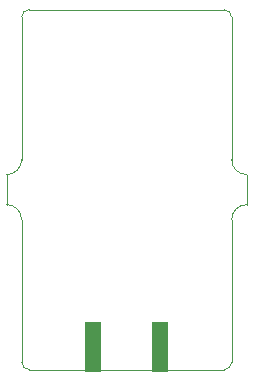
<source format=gbr>
%TF.GenerationSoftware,KiCad,Pcbnew,5.1.4-e60b266~84~ubuntu19.04.1*%
%TF.CreationDate,2020-03-24T16:38:05+00:00*%
%TF.ProjectId,ProMicro_GPS,50726f4d-6963-4726-9f5f-4750532e6b69,v2.3*%
%TF.SameCoordinates,Original*%
%TF.FileFunction,Paste,Bot*%
%TF.FilePolarity,Positive*%
%FSLAX45Y45*%
G04 Gerber Fmt 4.5, Leading zero omitted, Abs format (unit mm)*
G04 Created by KiCad (PCBNEW 5.1.4-e60b266~84~ubuntu19.04.1) date 2020-03-24 16:38:05*
%MOMM*%
%LPD*%
G04 APERTURE LIST*
%ADD10C,0.100000*%
%ADD11R,1.350000X4.200000*%
G04 APERTURE END LIST*
D10*
X14097000Y-9652000D02*
X14097000Y-9906000D01*
X13970000Y-10033000D02*
G75*
G02X14097000Y-9906000I127000J0D01*
G01*
X13970000Y-10033000D02*
X13970000Y-11239500D01*
X14097000Y-9652000D02*
G75*
G02X13970000Y-9525000I0J127000D01*
G01*
X13970000Y-8318500D02*
X13970000Y-9525000D01*
X12065000Y-9906000D02*
X12065000Y-9652000D01*
X12065000Y-9906000D02*
G75*
G02X12192000Y-10033000I0J-127000D01*
G01*
X12192000Y-11239500D02*
X12192000Y-10033000D01*
X12192000Y-9525000D02*
G75*
G02X12065000Y-9652000I-127000J0D01*
G01*
X12255500Y-11303000D02*
G75*
G02X12192000Y-11239500I0J63500D01*
G01*
X12192000Y-8318500D02*
G75*
G02X12255500Y-8255000I63500J0D01*
G01*
X13906500Y-8255000D02*
G75*
G02X13970000Y-8318500I0J-63500D01*
G01*
X13970000Y-11239500D02*
G75*
G02X13906500Y-11303000I-63500J0D01*
G01*
X12255500Y-8255000D02*
X13906500Y-8255000D01*
X12192000Y-9525000D02*
X12192000Y-8318500D01*
X13906500Y-11303000D02*
X12255500Y-11303000D01*
D11*
X13363500Y-11112500D03*
X12798500Y-11112500D03*
M02*

</source>
